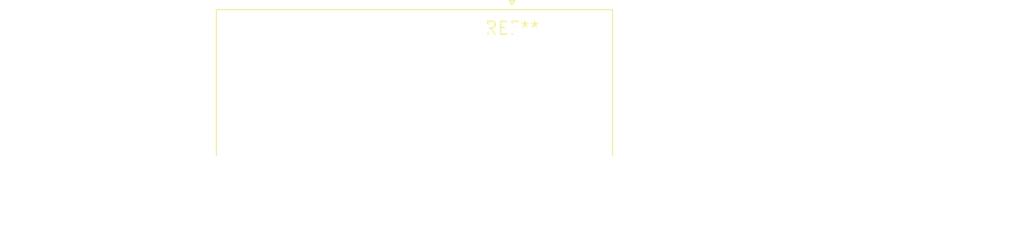
<source format=kicad_pcb>
(kicad_pcb (version 20240108) (generator pcbnew)
  (layers (0 "F.Cu" signal) (31 "B.Cu" signal) (34 "B.Paste" user) (35 "F.Paste" user) (36 "B.SilkS" user "B.Silkscreen") (37 "F.SilkS" user "F.Silkscreen") (38 "B.Mask" user) (39 "F.Mask" user) (44 "Edge.Cuts" user))
  (net 0 "")
  (footprint "DSUB-15_Female_Horizontal_P2.77x2.84mm_EdgePinOffset9.90mm_Housed_MountingHolesOffset11.32mm" (layer "F.Cu") (at 0 0)
    (property "Reference" "REF**")
    (property "Value" "DSUB-15_Female_Horizontal_P2.77x2.84mm_EdgePinOffset9.90mm_Housed_MountingHolesOffset11.32mm")
    (fp_line (start -29.355 -1.86) (end 9.965 -1.86) (layer "F.SilkS") (stroke (width 0.12)))
    (fp_line (start -29.355 12.68) (end -29.355 -1.86) (layer "F.SilkS") (stroke (width 0.12)))
    (fp_line (start -0.25 -2.754338) (end 0.25 -2.754338) (layer "F.SilkS") (stroke (width 0.12)))
    (fp_line (start 0 -2.321325) (end -0.25 -2.754338) (layer "F.SilkS") (stroke (width 0.12)))
    (fp_line (start 0.25 -2.754338) (end 0 -2.321325) (layer "F.SilkS") (stroke (width 0.12)))
    (fp_line (start 9.965 -1.86) (end 9.965 12.68) (layer "F.SilkS") (stroke (width 0.12)))
    (pad "0" thru_hole circle (at -26.345 1.42) (size 4 4) (drill 3.2) (layers *.Cu *.Mask) (remove_unused_layers))
    (pad "0" thru_hole circle (at 6.955 1.42) (size 4 4) (drill 3.2) (layers *.Cu *.Mask) (remove_unused_layers))
    (pad "1" thru_hole rect (at 0 0) (size 1.6 1.6) (drill 1) (layers *.Cu *.Mask) (remove_unused_layers))
    (pad "2" thru_hole circle (at -2.77 0) (size 1.6 1.6) (drill 1) (layers *.Cu *.Mask) (remove_unused_layers))
    (pad "3" thru_hole circle (at -5.54 0) (size 1.6 1.6) (drill 1) (layers *.Cu *.Mask) (remove_unused_layers))
    (pad "4" thru_hole circle (at -8.31 0) (size 1.6 1.6) (drill 1) (layers *.Cu *.Mask) (remove_unused_layers))
    (pad "5" thru_hole circle (at -11.08 0) (size 1.6 1.6) (drill 1) (layers *.Cu *.Mask) (remove_unused_layers))
    (pad "6" thru_hole circle (at -13.85 0) (size 1.6 1.6) (drill 1) (layers *.Cu *.Mask) (remove_unused_layers))
    (pad "7" thru_hole circle (at -16.62 0) (size 1.6 1.6) (drill 1) (layers *.Cu *.Mask) (remove_unused_layers))
    (pad "8" thru_hole circle (at -19.39 0) (size 1.6 1.6) (drill 1) (layers *.Cu *.Mask) (remove_unused_layers))
    (pad "9" thru_hole circle (at -1.385 2.84) (size 1.6 1.6) (drill 1) (layers *.Cu *.Mask) (remove_unused_layers))
    (pad "10" thru_hole circle (at -4.155 2.84) (size 1.6 1.6) (drill 1) (layers *.Cu *.Mask) (remove_unused_layers))
    (pad "11" thru_hole circle (at -6.925 2.84) (size 1.6 1.6) (drill 1) (layers *.Cu *.Mask) (remove_unused_layers))
    (pad "12" thru_hole circle (at -9.695 2.84) (size 1.6 1.6) (drill 1) (layers *.Cu *.Mask) (remove_unused_layers))
    (pad "13" thru_hole circle (at -12.465 2.84) (size 1.6 1.6) (drill 1) (layers *.Cu *.Mask) (remove_unused_layers))
    (pad "14" thru_hole circle (at -15.235 2.84) (size 1.6 1.6) (drill 1) (layers *.Cu *.Mask) (remove_unused_layers))
    (pad "15" thru_hole circle (at -18.005 2.84) (size 1.6 1.6) (drill 1) (layers *.Cu *.Mask) (remove_unused_layers))
  )
)
</source>
